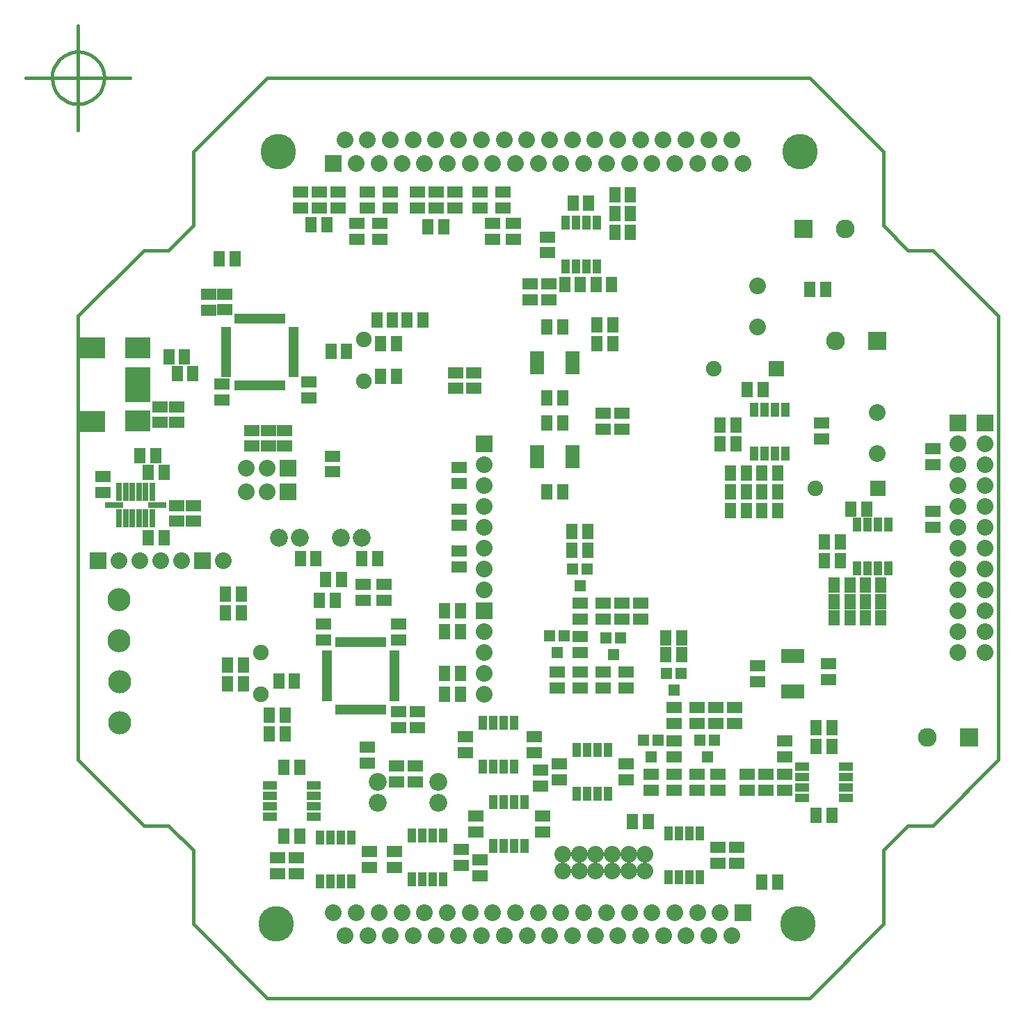
<source format=gts>
G04 (created by PCBNEW-RS274X (2012-01-19 BZR 3256)-stable) date 11/12/2012 13:12:31*
G01*
G70*
G90*
%MOIN*%
G04 Gerber Fmt 3.4, Leading zero omitted, Abs format*
%FSLAX34Y34*%
G04 APERTURE LIST*
%ADD10C,0.006000*%
%ADD11C,0.015000*%
%ADD12R,0.056000X0.056000*%
%ADD13R,0.040000X0.065000*%
%ADD14R,0.065000X0.040000*%
%ADD15R,0.055000X0.075000*%
%ADD16R,0.075000X0.055000*%
%ADD17R,0.080000X0.080000*%
%ADD18C,0.080000*%
%ADD19C,0.086000*%
%ADD20C,0.170000*%
%ADD21R,0.075000X0.075000*%
%ADD22C,0.075000*%
%ADD23R,0.090000X0.090000*%
%ADD24C,0.090000*%
%ADD25R,0.118400X0.039600*%
%ADD26R,0.118400X0.098700*%
%ADD27R,0.051500X0.029800*%
%ADD28R,0.051500X0.029900*%
%ADD29R,0.029800X0.051500*%
%ADD30R,0.029900X0.051500*%
%ADD31R,0.030700X0.089700*%
%ADD32R,0.089700X0.030700*%
%ADD33C,0.110600*%
%ADD34R,0.035000X0.070000*%
%ADD35R,0.070000X0.035000*%
G04 APERTURE END LIST*
G54D10*
G54D11*
X01250Y00000D02*
X01226Y-00242D01*
X01155Y-00476D01*
X01041Y-00691D01*
X00886Y-00880D01*
X00698Y-01036D01*
X00484Y-01152D01*
X00251Y-01224D01*
X00008Y-01249D01*
X-00234Y-01227D01*
X-00468Y-01158D01*
X-00684Y-01045D01*
X-00874Y-00893D01*
X-01031Y-00706D01*
X-01148Y-00492D01*
X-01222Y-00259D01*
X-01249Y-00017D01*
X-01229Y00225D01*
X-01162Y00460D01*
X-01050Y00677D01*
X-00899Y00868D01*
X-00713Y01026D01*
X-00500Y01145D01*
X-00268Y01220D01*
X-00026Y01249D01*
X00217Y01231D01*
X00452Y01165D01*
X00669Y01055D01*
X00862Y00905D01*
X01021Y00720D01*
X01141Y00508D01*
X01218Y00276D01*
X01249Y00034D01*
X01250Y00000D01*
X-02500Y00000D02*
X02500Y00000D01*
X00000Y02500D02*
X00000Y-02500D01*
X05512Y-03543D02*
X09055Y00000D01*
X05512Y-07087D02*
X05512Y-03543D01*
X04331Y-08268D02*
X05512Y-07087D01*
X03149Y-08268D02*
X04331Y-08268D01*
X00000Y-11417D02*
X03149Y-08268D01*
X00000Y-32677D02*
X00000Y-11417D01*
X03150Y-35827D02*
X00000Y-32677D01*
X04331Y-35827D02*
X03150Y-35827D01*
X05512Y-37008D02*
X04331Y-35827D01*
X05512Y-40551D02*
X05512Y-37008D01*
X09055Y-44094D02*
X05512Y-40551D01*
X35040Y-44094D02*
X09055Y-44094D01*
X38583Y-40551D02*
X35040Y-44094D01*
X38583Y-37007D02*
X38583Y-40551D01*
X39764Y-35826D02*
X38583Y-37007D01*
X40945Y-35826D02*
X39764Y-35826D01*
X44094Y-32677D02*
X40945Y-35826D01*
X44094Y-11417D02*
X44094Y-32677D01*
X40945Y-08268D02*
X44094Y-11417D01*
X39764Y-08268D02*
X40945Y-08268D01*
X38583Y-07087D02*
X39764Y-08268D01*
X38583Y-03543D02*
X38583Y-07087D01*
X35040Y00000D02*
X38583Y-03543D01*
X09055Y00000D02*
X35040Y00000D01*
G54D12*
X25292Y-26852D03*
X25992Y-26852D03*
X25642Y-27652D03*
X22592Y-26752D03*
X23292Y-26752D03*
X22942Y-27552D03*
X29792Y-31752D03*
X30492Y-31752D03*
X30142Y-32552D03*
X27092Y-31752D03*
X27792Y-31752D03*
X27442Y-32552D03*
X23692Y-23552D03*
X24392Y-23552D03*
X24042Y-24352D03*
X28192Y-28552D03*
X28892Y-28552D03*
X28542Y-29352D03*
G54D13*
X23342Y-06952D03*
X23342Y-09052D03*
X23842Y-06952D03*
X24342Y-06952D03*
X24842Y-06952D03*
X23842Y-09052D03*
X24342Y-09052D03*
X24842Y-09052D03*
G54D14*
X34692Y-34502D03*
X36792Y-34502D03*
X34692Y-34002D03*
X34692Y-33502D03*
X34692Y-33002D03*
X36792Y-34002D03*
X36792Y-33502D03*
X36792Y-33002D03*
G54D13*
X25392Y-34302D03*
X25392Y-32202D03*
X24892Y-34302D03*
X24392Y-34302D03*
X23892Y-34302D03*
X24892Y-32202D03*
X24392Y-32202D03*
X23892Y-32202D03*
X20892Y-33002D03*
X20892Y-30902D03*
X20392Y-33002D03*
X19892Y-33002D03*
X19392Y-33002D03*
X20392Y-30902D03*
X19892Y-30902D03*
X19392Y-30902D03*
X29792Y-38302D03*
X29792Y-36202D03*
X29292Y-38302D03*
X28792Y-38302D03*
X28292Y-38302D03*
X29292Y-36202D03*
X28792Y-36202D03*
X28292Y-36202D03*
X21392Y-36802D03*
X21392Y-34702D03*
X20892Y-36802D03*
X20392Y-36802D03*
X19892Y-36802D03*
X20892Y-34702D03*
X20392Y-34702D03*
X19892Y-34702D03*
X17492Y-38402D03*
X17492Y-36302D03*
X16992Y-38402D03*
X16492Y-38402D03*
X15992Y-38402D03*
X16992Y-36302D03*
X16492Y-36302D03*
X15992Y-36302D03*
X13092Y-38502D03*
X13092Y-36402D03*
X12592Y-38502D03*
X12092Y-38502D03*
X11592Y-38502D03*
X12592Y-36402D03*
X12092Y-36402D03*
X11592Y-36402D03*
G54D14*
X11292Y-33902D03*
X09192Y-33902D03*
X11292Y-34402D03*
X11292Y-34902D03*
X11292Y-35402D03*
X09192Y-34402D03*
X09192Y-34902D03*
X09192Y-35402D03*
G54D13*
X38821Y-23521D03*
X38821Y-21421D03*
X38321Y-23521D03*
X37821Y-23521D03*
X37321Y-23521D03*
X38321Y-21421D03*
X37821Y-21421D03*
X37321Y-21421D03*
X33892Y-18002D03*
X33892Y-15902D03*
X33392Y-18002D03*
X32892Y-18002D03*
X32392Y-18002D03*
X33392Y-15902D03*
X32892Y-15902D03*
X32392Y-15902D03*
G54D15*
X05493Y-14173D03*
X04743Y-14173D03*
G54D16*
X03937Y-15767D03*
X03937Y-16517D03*
X23042Y-33627D03*
X23042Y-32877D03*
G54D15*
X36117Y-32052D03*
X35367Y-32052D03*
X14317Y-11602D03*
X15067Y-11602D03*
X33517Y-38552D03*
X32767Y-38552D03*
G54D16*
X32042Y-34127D03*
X32042Y-33377D03*
X32942Y-34127D03*
X32942Y-33377D03*
X33842Y-32527D03*
X33842Y-31777D03*
X18542Y-31577D03*
X18542Y-32327D03*
G54D15*
X12867Y-13118D03*
X12117Y-13118D03*
X26567Y-35652D03*
X27317Y-35652D03*
G54D16*
X08324Y-16898D03*
X08324Y-17648D03*
X12205Y-18129D03*
X12205Y-18879D03*
X09112Y-16898D03*
X09112Y-17648D03*
X09899Y-16898D03*
X09899Y-17648D03*
G54D15*
X07517Y-08668D03*
X06767Y-08668D03*
G54D16*
X19042Y-35377D03*
X19042Y-36127D03*
G54D15*
X11400Y-23032D03*
X10650Y-23032D03*
G54D16*
X20342Y-06227D03*
X20342Y-05477D03*
X16142Y-32977D03*
X16142Y-33727D03*
X15242Y-32977D03*
X15242Y-33727D03*
X14942Y-06227D03*
X14942Y-05477D03*
X20842Y-07727D03*
X20842Y-06977D03*
G54D15*
X09617Y-28902D03*
X10367Y-28902D03*
X12317Y-25052D03*
X11567Y-25052D03*
G54D16*
X13842Y-32077D03*
X13842Y-32827D03*
G54D15*
X11867Y-24052D03*
X12617Y-24052D03*
G54D16*
X13642Y-24277D03*
X13642Y-25027D03*
X14642Y-24277D03*
X14642Y-25027D03*
G54D15*
X18317Y-25552D03*
X17567Y-25552D03*
X18317Y-26552D03*
X17567Y-26552D03*
X18317Y-28552D03*
X17567Y-28552D03*
X18317Y-29552D03*
X17567Y-29552D03*
X03722Y-18111D03*
X02972Y-18111D03*
X04116Y-18898D03*
X03366Y-18898D03*
G54D16*
X04725Y-15767D03*
X04725Y-16517D03*
G54D15*
X05100Y-13386D03*
X04350Y-13386D03*
G54D16*
X26942Y-25177D03*
X26942Y-25927D03*
X25142Y-28477D03*
X25142Y-29227D03*
G54D15*
X23667Y-22652D03*
X24417Y-22652D03*
G54D16*
X26042Y-25177D03*
X26042Y-25927D03*
X25142Y-25177D03*
X25142Y-25927D03*
X15142Y-37077D03*
X15142Y-37827D03*
X10442Y-37377D03*
X10442Y-38127D03*
G54D15*
X09867Y-36352D03*
X10617Y-36352D03*
G54D16*
X18942Y-14127D03*
X18942Y-14877D03*
X18092Y-14127D03*
X18092Y-14877D03*
G54D15*
X07817Y-25652D03*
X07067Y-25652D03*
X07817Y-24752D03*
X07067Y-24752D03*
G54D16*
X35942Y-28827D03*
X35942Y-28077D03*
G54D15*
X23217Y-11952D03*
X22467Y-11952D03*
X23217Y-16552D03*
X22467Y-16552D03*
X24867Y-12752D03*
X25617Y-12752D03*
G54D16*
X25142Y-16827D03*
X25142Y-16077D03*
X21642Y-09877D03*
X21642Y-10627D03*
G54D15*
X24817Y-09902D03*
X25567Y-09902D03*
G54D16*
X22542Y-09877D03*
X22542Y-10627D03*
G54D15*
X25717Y-07402D03*
X26467Y-07402D03*
X25717Y-05602D03*
X26467Y-05602D03*
X25717Y-06502D03*
X26467Y-06502D03*
X14352Y-23032D03*
X13602Y-23032D03*
G54D16*
X28542Y-31777D03*
X28542Y-32527D03*
X28542Y-33377D03*
X28542Y-34127D03*
X30642Y-33377D03*
X30642Y-34127D03*
X28542Y-30177D03*
X28542Y-30927D03*
G54D15*
X33517Y-20752D03*
X32767Y-20752D03*
X33517Y-19852D03*
X32767Y-19852D03*
X33517Y-18952D03*
X32767Y-18952D03*
G54D16*
X31442Y-30177D03*
X31442Y-30927D03*
G54D15*
X28167Y-26852D03*
X28917Y-26852D03*
G54D16*
X27442Y-33377D03*
X27442Y-34127D03*
X29642Y-33377D03*
X29642Y-34127D03*
X30542Y-30177D03*
X30542Y-30927D03*
G54D15*
X28167Y-27652D03*
X28917Y-27652D03*
G54D16*
X29642Y-30177D03*
X29642Y-30927D03*
X24042Y-26777D03*
X24042Y-27527D03*
X24042Y-28477D03*
X24042Y-29227D03*
G54D15*
X31517Y-17552D03*
X30767Y-17552D03*
X31517Y-16652D03*
X30767Y-16652D03*
G54D16*
X24042Y-25177D03*
X24042Y-25927D03*
X26242Y-28477D03*
X26242Y-29227D03*
G54D15*
X23667Y-21752D03*
X24417Y-21752D03*
G54D16*
X22942Y-28477D03*
X22942Y-29227D03*
X32542Y-28927D03*
X32542Y-28177D03*
X26242Y-33627D03*
X26242Y-32877D03*
X22142Y-33177D03*
X22142Y-33927D03*
G54D15*
X35367Y-31152D03*
X36117Y-31152D03*
X16517Y-11602D03*
X15767Y-11602D03*
G54D16*
X21842Y-32327D03*
X21842Y-31577D03*
X33842Y-34127D03*
X33842Y-33377D03*
G54D15*
X15255Y-14320D03*
X14505Y-14320D03*
X15255Y-12746D03*
X14505Y-12746D03*
G54D16*
X30642Y-37627D03*
X30642Y-36877D03*
X31542Y-37627D03*
X31542Y-36877D03*
X22242Y-36127D03*
X22242Y-35377D03*
G54D15*
X32017Y-18952D03*
X31267Y-18952D03*
X32817Y-14952D03*
X32067Y-14952D03*
X35067Y-10152D03*
X35817Y-10152D03*
X31267Y-19852D03*
X32017Y-19852D03*
X32017Y-20752D03*
X31267Y-20752D03*
G54D16*
X18342Y-37727D03*
X18342Y-36977D03*
X19242Y-38227D03*
X19242Y-37477D03*
X13942Y-37827D03*
X13942Y-37077D03*
G54D15*
X10617Y-33052D03*
X09867Y-33052D03*
G54D16*
X09542Y-38127D03*
X09542Y-37377D03*
G54D15*
X35367Y-35352D03*
X36117Y-35352D03*
X23217Y-15352D03*
X22467Y-15352D03*
G54D16*
X11742Y-26177D03*
X11742Y-26927D03*
X15342Y-26177D03*
X15342Y-26927D03*
X15342Y-31127D03*
X15342Y-30377D03*
X16242Y-31127D03*
X16242Y-30377D03*
G54D15*
X36989Y-24311D03*
X36239Y-24311D03*
X37777Y-20669D03*
X37027Y-20669D03*
G54D16*
X35630Y-16554D03*
X35630Y-17304D03*
G54D15*
X11167Y-07052D03*
X11917Y-07052D03*
X16767Y-07152D03*
X17517Y-07152D03*
X36239Y-25098D03*
X36989Y-25098D03*
X36989Y-25886D03*
X36239Y-25886D03*
X09917Y-31452D03*
X09167Y-31452D03*
X07167Y-28152D03*
X07917Y-28152D03*
X07167Y-29052D03*
X07917Y-29052D03*
G54D16*
X40942Y-17777D03*
X40942Y-18527D03*
X40942Y-20777D03*
X40942Y-21527D03*
X01181Y-19113D03*
X01181Y-19863D03*
X04725Y-20491D03*
X04725Y-21241D03*
X05512Y-20491D03*
X05512Y-21241D03*
G54D15*
X03365Y-22047D03*
X04115Y-22047D03*
G54D16*
X11042Y-14577D03*
X11042Y-15327D03*
X06892Y-14677D03*
X06892Y-15427D03*
X07025Y-11113D03*
X07025Y-10363D03*
X06242Y-11127D03*
X06242Y-10377D03*
G54D15*
X38466Y-25886D03*
X37716Y-25886D03*
X38466Y-25098D03*
X37716Y-25098D03*
X38466Y-24311D03*
X37716Y-24311D03*
X36517Y-22252D03*
X35767Y-22252D03*
G54D16*
X10642Y-06227D03*
X10642Y-05477D03*
X16242Y-06227D03*
X16242Y-05477D03*
G54D15*
X36517Y-23152D03*
X35767Y-23152D03*
G54D16*
X11542Y-06227D03*
X11542Y-05477D03*
X17142Y-06227D03*
X17142Y-05477D03*
X12442Y-05477D03*
X12442Y-06227D03*
X18042Y-05477D03*
X18042Y-06227D03*
G54D15*
X09917Y-30552D03*
X09167Y-30552D03*
G54D16*
X13342Y-07727D03*
X13342Y-06977D03*
X19242Y-06227D03*
X19242Y-05477D03*
X13842Y-06227D03*
X13842Y-05477D03*
X19842Y-07727D03*
X19842Y-06977D03*
X14442Y-07727D03*
X14442Y-06977D03*
X22492Y-07627D03*
X22492Y-08377D03*
G54D15*
X23717Y-06002D03*
X24467Y-06002D03*
X23317Y-09902D03*
X24067Y-09902D03*
G54D16*
X26042Y-16077D03*
X26042Y-16827D03*
G54D15*
X25617Y-11852D03*
X24867Y-11852D03*
X23217Y-19852D03*
X22467Y-19852D03*
G54D17*
X00942Y-23152D03*
G54D18*
X01942Y-23152D03*
X02942Y-23152D03*
X03942Y-23152D03*
X04942Y-23152D03*
G54D17*
X19442Y-25552D03*
G54D18*
X19442Y-26552D03*
X19442Y-27552D03*
X19442Y-28552D03*
X19442Y-29552D03*
G54D17*
X10067Y-18702D03*
G54D18*
X09067Y-18702D03*
X08067Y-18702D03*
G54D17*
X10067Y-19852D03*
G54D18*
X09067Y-19852D03*
X08067Y-19852D03*
G54D17*
X05942Y-23152D03*
G54D18*
X06942Y-23152D03*
G54D19*
X17242Y-33752D03*
X17242Y-34752D03*
X14342Y-33752D03*
X14342Y-34752D03*
X10639Y-22047D03*
X09639Y-22047D03*
X13591Y-22047D03*
X12591Y-22047D03*
G54D17*
X12238Y-04103D03*
G54D18*
X13328Y-04103D03*
X14418Y-04103D03*
X15508Y-04103D03*
X16598Y-04103D03*
X17688Y-04103D03*
X18778Y-04103D03*
X19868Y-04103D03*
X20958Y-04103D03*
G54D20*
X09598Y-03543D03*
X34598Y-03543D03*
G54D18*
X22048Y-04103D03*
X23138Y-04103D03*
X24228Y-04103D03*
X25318Y-04103D03*
X26408Y-04103D03*
X27498Y-04103D03*
X28588Y-04103D03*
X29678Y-04103D03*
X30768Y-04103D03*
X31858Y-04103D03*
X12778Y-02983D03*
X13868Y-02983D03*
X14958Y-02983D03*
X16048Y-02983D03*
X17138Y-02983D03*
X18228Y-02983D03*
X19318Y-02983D03*
X20408Y-02983D03*
X21498Y-02983D03*
X22588Y-02983D03*
X23678Y-02983D03*
X24768Y-02983D03*
X25858Y-02983D03*
X26948Y-02983D03*
X28038Y-02983D03*
X29128Y-02983D03*
X30218Y-02983D03*
X31308Y-02983D03*
G54D17*
X31858Y-39991D03*
G54D18*
X30768Y-39991D03*
X29678Y-39991D03*
X28588Y-39991D03*
X27498Y-39991D03*
X26408Y-39991D03*
X25318Y-39991D03*
X24228Y-39991D03*
X23138Y-39991D03*
G54D20*
X34498Y-40551D03*
X09498Y-40551D03*
G54D18*
X22048Y-39991D03*
X20958Y-39991D03*
X19868Y-39991D03*
X18778Y-39991D03*
X17688Y-39991D03*
X16598Y-39991D03*
X15508Y-39991D03*
X14418Y-39991D03*
X13328Y-39991D03*
X12238Y-39991D03*
X31318Y-41111D03*
X30228Y-41111D03*
X29138Y-41111D03*
X28048Y-41111D03*
X26958Y-41111D03*
X25868Y-41111D03*
X24778Y-41111D03*
X23688Y-41111D03*
X22598Y-41111D03*
X21508Y-41111D03*
X20418Y-41111D03*
X19328Y-41111D03*
X18238Y-41111D03*
X17148Y-41111D03*
X16058Y-41111D03*
X14968Y-41111D03*
X13878Y-41111D03*
X12788Y-41111D03*
G54D21*
X33442Y-13952D03*
G54D22*
X30442Y-13952D03*
G54D21*
X38311Y-19685D03*
G54D22*
X35311Y-19685D03*
G54D23*
X42693Y-31595D03*
G54D24*
X40693Y-31595D03*
G54D22*
X08742Y-29552D03*
X08742Y-27552D03*
X13699Y-12533D03*
X13699Y-14533D03*
G54D17*
X43442Y-16552D03*
G54D18*
X43442Y-17552D03*
X43442Y-18552D03*
X43442Y-19552D03*
X43442Y-20552D03*
X43442Y-21552D03*
X43442Y-22552D03*
X43442Y-23552D03*
X43442Y-24552D03*
X43442Y-25552D03*
X43442Y-26552D03*
X43442Y-27552D03*
G54D17*
X42142Y-16552D03*
G54D18*
X42142Y-17552D03*
X42142Y-18552D03*
X42142Y-19552D03*
X42142Y-20552D03*
X42142Y-21552D03*
X42142Y-22552D03*
X42142Y-23552D03*
X42142Y-24552D03*
X42142Y-25552D03*
X42142Y-26552D03*
X42142Y-27552D03*
X38288Y-18012D03*
X38288Y-16044D03*
X32542Y-11936D03*
X32542Y-09968D03*
G54D25*
X02854Y-14697D03*
X02854Y-14383D03*
X02854Y-15326D03*
G54D26*
X00690Y-16468D03*
X00690Y-12926D03*
X02854Y-16429D03*
X02854Y-12926D03*
G54D25*
X02854Y-15011D03*
X02854Y-14068D03*
G54D27*
X11929Y-29734D03*
G54D28*
X11929Y-29537D03*
X11929Y-29340D03*
X11929Y-29143D03*
G54D27*
X11929Y-28947D03*
X11929Y-28750D03*
X11929Y-28554D03*
X11929Y-28357D03*
G54D28*
X11929Y-28161D03*
X11929Y-27964D03*
X11929Y-27767D03*
G54D27*
X11929Y-27570D03*
G54D29*
X12460Y-27039D03*
G54D30*
X12657Y-27039D03*
X12854Y-27039D03*
X13051Y-27039D03*
G54D29*
X13247Y-27039D03*
X13444Y-27039D03*
X13640Y-27039D03*
X13837Y-27039D03*
G54D30*
X14033Y-27039D03*
X14230Y-27039D03*
X14427Y-27039D03*
G54D29*
X14624Y-27039D03*
G54D27*
X15155Y-29734D03*
G54D28*
X15155Y-29537D03*
X15155Y-29340D03*
X15155Y-29143D03*
G54D27*
X15155Y-28947D03*
X15155Y-28750D03*
X15155Y-28554D03*
X15155Y-28357D03*
G54D28*
X15155Y-28161D03*
X15155Y-27964D03*
X15155Y-27767D03*
G54D27*
X15155Y-27570D03*
G54D29*
X12460Y-30265D03*
G54D30*
X12657Y-30265D03*
X12854Y-30265D03*
X13051Y-30265D03*
G54D29*
X13247Y-30265D03*
X13444Y-30265D03*
X13640Y-30265D03*
X13837Y-30265D03*
G54D30*
X14033Y-30265D03*
X14230Y-30265D03*
X14427Y-30265D03*
G54D29*
X14624Y-30265D03*
G54D27*
X10331Y-12057D03*
G54D28*
X10331Y-12254D03*
X10331Y-12451D03*
X10331Y-12648D03*
G54D27*
X10331Y-12844D03*
X10331Y-13041D03*
X10331Y-13237D03*
X10331Y-13434D03*
G54D28*
X10331Y-13630D03*
X10331Y-13827D03*
X10331Y-14024D03*
G54D27*
X10331Y-14221D03*
G54D29*
X09800Y-14752D03*
G54D30*
X09603Y-14752D03*
X09406Y-14752D03*
X09209Y-14752D03*
G54D29*
X09013Y-14752D03*
X08816Y-14752D03*
X08620Y-14752D03*
X08423Y-14752D03*
G54D30*
X08227Y-14752D03*
X08030Y-14752D03*
X07833Y-14752D03*
G54D29*
X07636Y-14752D03*
G54D27*
X07105Y-12057D03*
G54D28*
X07105Y-12254D03*
X07105Y-12451D03*
X07105Y-12648D03*
G54D27*
X07105Y-12844D03*
X07105Y-13041D03*
X07105Y-13237D03*
X07105Y-13434D03*
G54D28*
X07105Y-13630D03*
X07105Y-13827D03*
X07105Y-14024D03*
G54D27*
X07105Y-14221D03*
G54D29*
X09800Y-11526D03*
G54D30*
X09603Y-11526D03*
X09406Y-11526D03*
X09209Y-11526D03*
G54D29*
X09013Y-11526D03*
X08816Y-11526D03*
X08620Y-11526D03*
X08423Y-11526D03*
G54D30*
X08227Y-11526D03*
X08030Y-11526D03*
X07833Y-11526D03*
G54D29*
X07636Y-11526D03*
G54D31*
X02913Y-21103D03*
X02599Y-21103D03*
X02284Y-21103D03*
X01969Y-21103D03*
X03228Y-21103D03*
X03543Y-21103D03*
G54D32*
X03780Y-20473D03*
G54D31*
X02599Y-19843D03*
X02913Y-19843D03*
X03228Y-19843D03*
X03543Y-19843D03*
X02284Y-19843D03*
X01969Y-19843D03*
G54D32*
X01732Y-20473D03*
G54D18*
X27166Y-37204D03*
X26378Y-37204D03*
X25591Y-37204D03*
X24803Y-37204D03*
X24016Y-37204D03*
X23228Y-37204D03*
X27166Y-37992D03*
X26378Y-37992D03*
X25591Y-37992D03*
X24803Y-37992D03*
X24016Y-37992D03*
X23228Y-37992D03*
G54D33*
X01969Y-26968D03*
X01969Y-25000D03*
X01988Y-30905D03*
X01988Y-28937D03*
G54D17*
X19442Y-17552D03*
G54D18*
X19442Y-18552D03*
X19442Y-19552D03*
X19442Y-20552D03*
X19442Y-21552D03*
X19442Y-22552D03*
X19442Y-23552D03*
X19442Y-24552D03*
G54D16*
X18242Y-18677D03*
X18242Y-19427D03*
X18242Y-20677D03*
X18242Y-21427D03*
X18242Y-22677D03*
X18242Y-23427D03*
G54D23*
X38303Y-12598D03*
G54D24*
X36303Y-12598D03*
G54D23*
X34742Y-07252D03*
G54D24*
X36742Y-07252D03*
G54D34*
X33858Y-29402D03*
X34114Y-29402D03*
X34370Y-29402D03*
X34626Y-29402D03*
X34626Y-27702D03*
X34370Y-27702D03*
X34114Y-27702D03*
X33858Y-27702D03*
G54D35*
X23692Y-14036D03*
X23692Y-13780D03*
X23692Y-13524D03*
X23692Y-13268D03*
X21992Y-13268D03*
X21992Y-13524D03*
X21992Y-13780D03*
X21992Y-14036D03*
X23692Y-18536D03*
X23692Y-18280D03*
X23692Y-18024D03*
X23692Y-17768D03*
X21992Y-17768D03*
X21992Y-18024D03*
X21992Y-18280D03*
X21992Y-18536D03*
M02*

</source>
